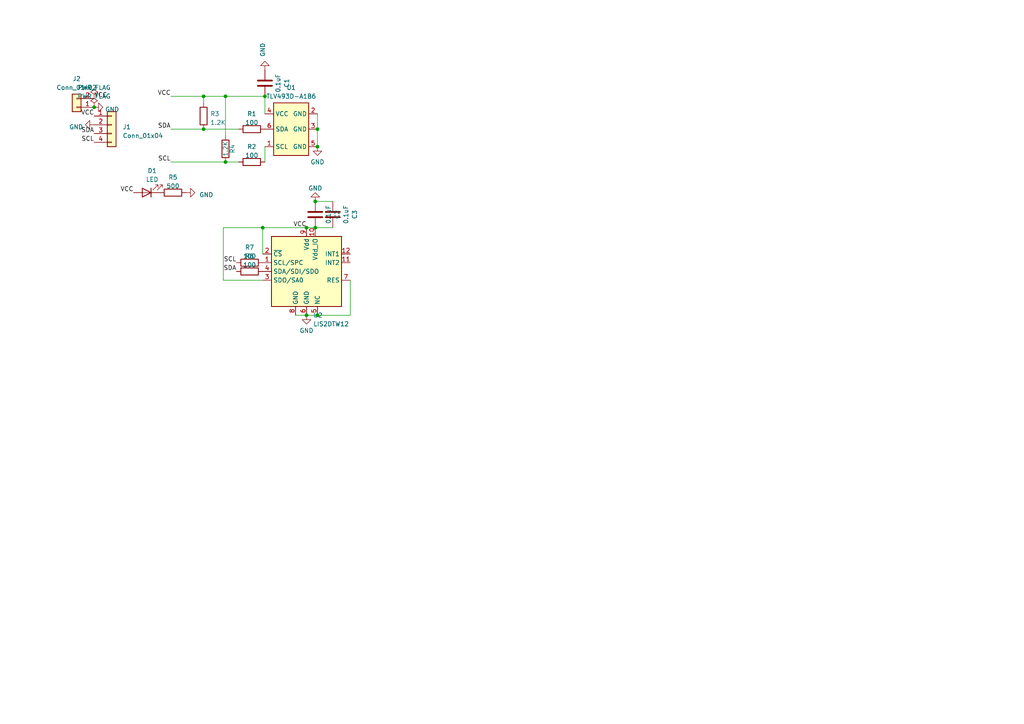
<source format=kicad_sch>
(kicad_sch (version 20230121) (generator eeschema)
  (paper "A4")
  (lib_symbols
    (symbol "Connector_Generic:Conn_01x02" (pin_names (offset 1.016) hide)
      (property "Reference" "J" (at 0 2.54 0))
      (property "Value" "Conn_01x02" (at 0 -5.08 0))
      (symbol "Conn_01x02_1_1"
        (rectangle (start -1.27 -2.413) (end 0 -2.667) (stroke (width 0.1524)))
        (rectangle (start -1.27 0.127) (end 0 -0.127) (stroke (width 0.1524)))
        (rectangle (start -1.27 1.27) (end 1.27 -3.81) (stroke (width 0.254)) (fill (type background)))
        (pin passive line (at -5.08 0 0) (length 3.81) (name "Pin_1") (number "1"))
        (pin passive line (at -5.08 -2.54 0) (length 3.81) (name "Pin_2") (number "2"))
      )
    )
    (symbol "Connector_Generic:Conn_01x04" (pin_names (offset 1.016) hide)
      (property "Reference" "J" (at 0 5.08 0))
      (property "Value" "Conn_01x04" (at 0 -7.62 0))
      (symbol "Conn_01x04_1_1"
        (rectangle (start -1.27 -4.953) (end 0 -5.207) (stroke (width 0.1524)))
        (rectangle (start -1.27 -2.413) (end 0 -2.667) (stroke (width 0.1524)))
        (rectangle (start -1.27 0.127) (end 0 -0.127) (stroke (width 0.1524)))
        (rectangle (start -1.27 2.667) (end 0 2.413) (stroke (width 0.1524)))
        (rectangle (start -1.27 3.81) (end 1.27 -6.35) (stroke (width 0.254)) (fill (type background)))
        (pin passive line (at -5.08 2.54 0) (length 3.81) (name "Pin_1") (number "1"))
        (pin passive line (at -5.08 0 0) (length 3.81) (name "Pin_2") (number "2"))
        (pin passive line (at -5.08 -2.54 0) (length 3.81) (name "Pin_3") (number "3"))
        (pin passive line (at -5.08 -5.08 0) (length 3.81) (name "Pin_4") (number "4"))
      )
    )
    (symbol "Device:C" (pin_numbers hide) (pin_names (offset 0.254))
      (property "Reference" "C" (at 0.635 2.54 0))
      (property "Value" "C" (at 0.635 -2.54 0))
      (symbol "C_0_1"
        (polyline (pts (xy -2.032 -0.762) (xy 2.032 -0.762)) (stroke (width 0.508)))
        (polyline (pts (xy -2.032 0.762) (xy 2.032 0.762)) (stroke (width 0.508)))
      )
      (symbol "C_1_1"
        (pin passive line (at 0 3.81 270) (length 2.794) (name "~") (number "1"))
        (pin passive line (at 0 -3.81 90) (length 2.794) (name "~") (number "2"))
      )
    )
    (symbol "Device:LED" (pin_numbers hide) (pin_names (offset 1.016) hide)
      (property "Reference" "D" (at 0 2.54 0))
      (property "Value" "LED" (at 0 -2.54 0))
      (symbol "LED_0_1"
        (polyline (pts (xy -1.27 -1.27) (xy -1.27 1.27)) (stroke (width 0.254)))
        (polyline (pts (xy -1.27 0) (xy 1.27 0)))
        (polyline (pts (xy 1.27 -1.27) (xy 1.27 1.27) (xy -1.27 0) (xy 1.27 -1.27)) (stroke (width 0.254)))
        (polyline (pts (xy -3.048 -0.762) (xy -4.572 -2.286) (xy -3.81 -2.286) (xy -4.572 -2.286) (xy -4.572 -1.524)))
        (polyline (pts (xy -1.778 -0.762) (xy -3.302 -2.286) (xy -2.54 -2.286) (xy -3.302 -2.286) (xy -3.302 -1.524)))
      )
      (symbol "LED_1_1"
        (pin passive line (at -3.81 0 0) (length 2.54) (name "K") (number "1"))
        (pin passive line (at 3.81 0 180) (length 2.54) (name "A") (number "2"))
      )
    )
    (symbol "Device:R" (pin_numbers hide) (pin_names (offset 0))
      (property "Reference" "R" (at 2.032 0 90))
      (property "Value" "R" (at 0 0 90))
      (symbol "R_0_1"
        (rectangle (start -1.016 -2.54) (end 1.016 2.54) (stroke (width 0.254)))
      )
      (symbol "R_1_1"
        (pin passive line (at 0 3.81 270) (length 1.27) (name "~") (number "1"))
        (pin passive line (at 0 -3.81 90) (length 1.27) (name "~") (number "2"))
      )
    )
    (symbol "PEST:TLV493D-A1B6"
      (property "Reference" "U" (at 0 8.89 0))
      (property "Value" "TLV493D-A1B6" (at 0 -8.89 0))
      (symbol "TLV493D-A1B6_0_1"
        (rectangle (start -5.08 7.62) (end 5.08 -7.62) (stroke (width 0.254)) (fill (type background)))
      )
      (symbol "TLV493D-A1B6_1_1"
        (pin input line (at -7.62 -5.08 0) (length 2.54) (name "SCL") (number "1"))
        (pin power_in line (at 7.62 4.445 180) (length 2.54) (name "GND") (number "2"))
        (pin power_in line (at 7.62 0 180) (length 2.54) (name "GND") (number "3"))
        (pin power_in line (at -7.62 4.445 0) (length 2.54) (name "VCC") (number "4"))
        (pin power_in line (at 7.62 -5.08 180) (length 2.54) (name "GND") (number "5"))
        (pin input line (at -7.62 0 0) (length 2.54) (name "SDA") (number "6"))
      )
    )
    (symbol "Touchstone:LIS2DTW12"
      (property "Reference" "U" (at -8.89 11.43 0))
      (property "Value" "LIS2DTW12" (at 7.62 11.43 0))
      (symbol "LIS2DTW12_0_1"
        (rectangle (start -10.16 10.16) (end 10.16 -10.16) (stroke (width 0.254)) (fill (type background)))
      )
      (symbol "LIS2DTW12_1_1"
        (pin input line (at -12.7 2.54 0) (length 2.54) (name "SCL/SPC") (number "1"))
        (pin power_in line (at 2.54 12.7 270) (length 2.54) (name "Vdd_IO") (number "10"))
        (pin bidirectional line (at 12.7 2.54 180) (length 2.54) (name "INT2") (number "11"))
        (pin output line (at 12.7 5.08 180) (length 2.54) (name "INT1") (number "12"))
        (pin input line (at -12.7 5.08 0) (length 2.54) (name "~{CS}") (number "2"))
        (pin bidirectional line (at -12.7 -2.54 0) (length 2.54) (name "SDO/SA0") (number "3"))
        (pin bidirectional line (at -12.7 0 0) (length 2.54) (name "SDA/SDI/SDO") (number "4"))
        (pin passive line (at 3.175 -12.7 90) (length 2.54) (name "NC") (number "5"))
        (pin power_in line (at 0 -12.7 90) (length 2.54) (name "GND") (number "6"))
        (pin input line (at 12.7 -2.54 180) (length 2.54) (name "RES") (number "7"))
        (pin power_in line (at -3.175 -12.7 90) (length 2.54) (name "GND") (number "8"))
        (pin power_in line (at 0 12.7 270) (length 2.54) (name "Vdd") (number "9"))
      )
    )
    (symbol "power:GND" (power) (pin_names (offset 0))
      (property "Value" "GND" (at 0 -3.81 0))
      (symbol "GND_0_1"
        (polyline (pts (xy 0 0) (xy 0 -1.27) (xy 1.27 -1.27) (xy 0 -2.54) (xy -1.27 -1.27) (xy 0 -1.27)))
      )
      (symbol "GND_1_1"
        (pin power_in line (at 0 0 270) (length 0) hide (name "GND") (number "1"))
      )
    )
    (symbol "power:PWR_FLAG" (power) (pin_numbers hide) (pin_names (offset 0) hide)
      (property "Value" "PWR_FLAG" (at 0 3.81 0))
      (symbol "PWR_FLAG_0_0"
        (pin power_out line (at 0 0 90) (length 0) (name "pwr") (number "1"))
      )
      (symbol "PWR_FLAG_0_1"
        (polyline (pts (xy 0 0) (xy 0 1.27) (xy -1.016 1.905) (xy 0 2.54) (xy 1.016 1.905) (xy 0 1.27)))
      )
    )
  )
  (junction (at 92.075 37.465))
  (junction (at 88.9 91.44))
  (junction (at 65.405 46.99))
  (junction (at 88.9 66.04))
  (junction (at 92.075 91.44))
  (junction (at 27.305 31.115))
  (junction (at 76.2 66.04))
  (junction (at 59.055 37.465))
  (junction (at 59.055 27.94))
  (junction (at 76.835 27.94))
  (junction (at 91.44 58.42))
  (junction (at 91.44 66.04))
  (junction (at 65.405 27.94))
  (junction (at 92.075 42.545))
  (wire (pts (xy 65.405 27.94) (xy 65.405 39.37)))
  (wire (pts (xy 92.075 91.44) (xy 101.6 91.44)))
  (wire (pts (xy 49.53 46.99) (xy 65.405 46.99)))
  (wire (pts (xy 76.2 66.04) (xy 88.9 66.04)))
  (wire (pts (xy 91.44 66.04) (xy 96.52 66.04)))
  (wire (pts (xy 49.53 27.94) (xy 59.055 27.94)))
  (wire (pts (xy 85.725 91.44) (xy 88.9 91.44)))
  (wire (pts (xy 64.77 66.04) (xy 76.2 66.04)))
  (wire (pts (xy 76.2 81.28) (xy 64.77 81.28)))
  (wire (pts (xy 92.075 37.465) (xy 92.075 42.545)))
  (wire (pts (xy 65.405 27.94) (xy 76.835 27.94)))
  (wire (pts (xy 64.77 81.28) (xy 64.77 66.04)))
  (wire (pts (xy 101.6 81.28) (xy 101.6 91.44)))
  (wire (pts (xy 88.9 66.04) (xy 91.44 66.04)))
  (wire (pts (xy 76.835 27.94) (xy 76.835 33.02)))
  (wire (pts (xy 49.53 37.465) (xy 59.055 37.465)))
  (wire (pts (xy 76.2 73.66) (xy 76.2 66.04)))
  (wire (pts (xy 59.055 37.465) (xy 69.215 37.465)))
  (wire (pts (xy 92.075 33.02) (xy 92.075 37.465)))
  (wire (pts (xy 88.9 91.44) (xy 92.075 91.44)))
  (wire (pts (xy 59.055 27.94) (xy 59.055 29.845)))
  (wire (pts (xy 91.44 58.42) (xy 96.52 58.42)))
  (wire (pts (xy 59.055 27.94) (xy 65.405 27.94)))
  (wire (pts (xy 65.405 46.99) (xy 69.215 46.99)))
  (wire (pts (xy 76.835 42.545) (xy 76.835 46.99)))
  (label "SCL" (at 68.58 76.2 180))
  (label "SDA" (at 68.58 78.74 180))
  (label "SDA" (at 49.53 37.465 180))
  (label "VCC" (at 49.53 27.94 180))
  (label "SCL" (at 27.305 41.275 180))
  (label "VCC" (at 38.735 55.88 180))
  (label "SCL" (at 49.53 46.99 180))
  (label "SDA" (at 27.305 38.735 180))
  (label "VCC" (at 88.9 66.04 180))
  (label "VCC" (at 27.305 28.575 0))
  (label "VCC" (at 27.305 33.655 180))
  (symbol (lib_id "Connector_Generic:Conn_01x04") (at 32.385 36.195 0) (unit 1)
    (property "Reference" "J1" (at 35.56 36.83 0) (effects (justify left)))
    (property "Value" "Conn_01x04" (at 35.56 39.37 0) (effects (justify left)))
    (property "Footprint" "Connector_PinHeader_2.54mm:PinHeader_1x04_P2.54mm_Vertical" (effects hide))
  )
  (symbol (lib_id "Device:R") (at 72.39 76.2 90) (unit 1)
    (property "Reference" "R7" (at 72.39 71.755 90))
    (property "Value" "100" (at 72.39 74.295 90))
    (property "Footprint" "Resistor_SMD:R_0402_1005Metric" (effects hide))
  )
  (symbol (lib_id "power:GND") (at 27.305 31.115 90) (unit 1)
    (property "Reference" "#PWR07" (effects hide))
    (property "Value" "GND" (at 30.48 31.75 90) (effects (justify right)))
  )
  (symbol (lib_id "Device:R") (at 72.39 78.74 90) (unit 1)
    (property "Reference" "R6" (at 72.39 74.295 90))
    (property "Value" "100" (at 72.39 76.835 90))
    (property "Footprint" "Resistor_SMD:R_0402_1005Metric" (effects hide))
  )
  (symbol (lib_id "Device:C") (at 96.52 62.23 0) (unit 1)
    (property "Reference" "C3" (at 102.87 62.23 90))
    (property "Value" "0.1uF" (at 100.33 62.23 90))
    (property "Footprint" "Capacitor_SMD:C_0402_1005Metric" (effects hide))
  )
  (symbol (lib_id "Device:C") (at 91.44 62.23 0) (unit 1)
    (property "Reference" "C2" (at 97.79 62.23 90))
    (property "Value" "0.1uF" (at 95.25 62.23 90))
    (property "Footprint" "Capacitor_SMD:C_0402_1005Metric" (effects hide))
  )
  (symbol (lib_id "power:GND") (at 53.975 55.88 90) (unit 1)
    (property "Reference" "#PWR04" (effects hide))
    (property "Value" "GND" (at 57.785 56.515 90) (effects (justify right)))
  )
  (symbol (lib_id "Device:R") (at 59.055 33.655 0) (unit 1)
    (property "Reference" "R3" (at 60.96 33.02 0) (effects (justify left)))
    (property "Value" "1.2K" (at 60.96 35.56 0) (effects (justify left)))
    (property "Footprint" "Resistor_SMD:R_0402_1005Metric" (effects hide))
  )
  (symbol (lib_id "PEST:TLV493D-A1B6") (at 84.455 37.465 0) (unit 1)
    (property "Reference" "U1" (at 84.455 25.4 0))
    (property "Value" "TLV493D-A1B6" (at 84.455 27.94 0))
    (property "Footprint" "Package_SO:TSOP-6_1.65x3.05mm_P0.95mm" (effects hide))
  )
  (symbol (lib_id "power:PWR_FLAG") (at 27.305 28.575 0) (unit 1)
    (property "Reference" "#FLG01" (effects hide))
    (property "Value" "PWR_FLAG" (at 27.305 25.4 0))
  )
  (symbol (lib_id "Device:R") (at 50.165 55.88 90) (unit 1)
    (property "Reference" "R5" (at 50.165 51.435 90))
    (property "Value" "500" (at 50.165 53.975 90))
    (property "Footprint" "Resistor_SMD:R_0402_1005Metric" (effects hide))
  )
  (symbol (lib_id "power:GND") (at 76.835 20.32 180) (unit 1)
    (property "Reference" "#PWR03" (effects hide))
    (property "Value" "GND" (at 76.2 16.51 90) (effects (justify right)))
  )
  (symbol (lib_id "Device:R") (at 73.025 46.99 90) (unit 1)
    (property "Reference" "R2" (at 73.025 42.545 90))
    (property "Value" "100" (at 73.025 45.085 90))
    (property "Footprint" "Resistor_SMD:R_0402_1005Metric" (effects hide))
  )
  (symbol (lib_id "power:GND") (at 92.075 42.545 0) (unit 1)
    (property "Reference" "#PWR01" (effects hide))
    (property "Value" "GND" (at 92.075 46.99 0))
  )
  (symbol (lib_id "power:PWR_FLAG") (at 27.305 31.115 0) (unit 1)
    (property "Reference" "#FLG02" (effects hide))
    (property "Value" "PWR_FLAG" (at 27.305 27.94 0))
  )
  (symbol (lib_id "Connector_Generic:Conn_01x02") (at 22.225 31.115 180) (unit 1)
    (property "Reference" "J2" (at 22.225 22.86 0))
    (property "Value" "Conn_01x02" (at 22.225 25.4 0))
    (property "Footprint" "Connector_PinHeader_2.54mm:PinHeader_1x02_P2.54mm_Vertical" (effects hide))
  )
  (symbol (lib_id "power:GND") (at 91.44 58.42 180) (unit 1)
    (property "Reference" "#PWR06" (effects hide))
    (property "Value" "GND" (at 91.44 54.61 0))
  )
  (symbol (lib_id "Device:R") (at 73.025 37.465 90) (unit 1)
    (property "Reference" "R1" (at 73.025 33.02 90))
    (property "Value" "100" (at 73.025 35.56 90))
    (property "Footprint" "Resistor_SMD:R_0402_1005Metric" (effects hide))
  )
  (symbol (lib_id "Device:R") (at 65.405 43.18 0) (unit 1)
    (property "Reference" "R4" (at 67.437 43.18 90))
    (property "Value" "1.2K" (at 65.405 43.18 90))
    (property "Footprint" "Resistor_SMD:R_0402_1005Metric" (effects hide))
  )
  (symbol (lib_id "Touchstone:LIS2DTW12") (at 88.9 78.74 0) (unit 1)
    (property "Reference" "U2" (at 90.8559 91.44 0) (effects (justify left)))
    (property "Value" "LIS2DTW12" (at 90.8559 93.98 0) (effects (justify left)))
    (property "Footprint" "Package_LGA:LGA-12_2x2mm_P0.5mm" (effects hide))
    (property "Datasheet" "https://www.st.com/resource/en/datasheet/lis2dtw12.pdf" (effects hide))
  )
  (symbol (lib_id "Device:LED") (at 42.545 55.88 180) (unit 1)
    (property "Reference" "D1" (at 44.1325 49.53 0))
    (property "Value" "LED" (at 44.1325 52.07 0))
    (property "Footprint" "LED_SMD:LED_0603_1608Metric" (effects hide))
  )
  (symbol (lib_id "power:GND") (at 88.9 91.44 0) (unit 1)
    (property "Reference" "#PWR05" (effects hide))
    (property "Value" "GND" (at 88.9 95.885 0))
  )
  (symbol (lib_id "Device:C") (at 76.835 24.13 0) (unit 1)
    (property "Reference" "C1" (at 83.185 24.13 90))
    (property "Value" "0.1uF" (at 80.645 24.13 90))
    (property "Footprint" "Capacitor_SMD:C_0402_1005Metric" (effects hide))
  )
  (symbol (lib_id "power:GND") (at 27.305 36.195 270) (unit 1)
    (property "Reference" "#PWR02" (effects hide))
    (property "Value" "GND" (at 24.13 36.83 90) (effects (justify right)))
  )
)
</source>
